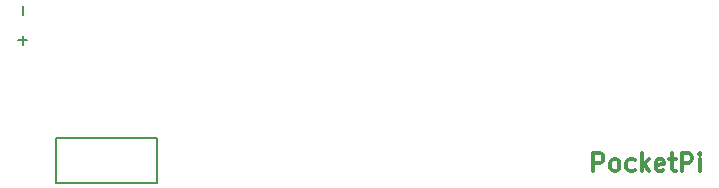
<source format=gbr>
G04 #@! TF.FileFunction,Legend,Top*
%FSLAX46Y46*%
G04 Gerber Fmt 4.6, Leading zero omitted, Abs format (unit mm)*
G04 Created by KiCad (PCBNEW 4.0.5+dfsg1-4) date Wed Jul 11 10:22:54 2018*
%MOMM*%
%LPD*%
G01*
G04 APERTURE LIST*
%ADD10C,0.100000*%
%ADD11C,0.300000*%
%ADD12C,0.150000*%
G04 APERTURE END LIST*
D10*
D11*
X168982000Y-111168571D02*
X168982000Y-109668571D01*
X169553428Y-109668571D01*
X169696286Y-109740000D01*
X169767714Y-109811429D01*
X169839143Y-109954286D01*
X169839143Y-110168571D01*
X169767714Y-110311429D01*
X169696286Y-110382857D01*
X169553428Y-110454286D01*
X168982000Y-110454286D01*
X170696286Y-111168571D02*
X170553428Y-111097143D01*
X170482000Y-111025714D01*
X170410571Y-110882857D01*
X170410571Y-110454286D01*
X170482000Y-110311429D01*
X170553428Y-110240000D01*
X170696286Y-110168571D01*
X170910571Y-110168571D01*
X171053428Y-110240000D01*
X171124857Y-110311429D01*
X171196286Y-110454286D01*
X171196286Y-110882857D01*
X171124857Y-111025714D01*
X171053428Y-111097143D01*
X170910571Y-111168571D01*
X170696286Y-111168571D01*
X172482000Y-111097143D02*
X172339143Y-111168571D01*
X172053429Y-111168571D01*
X171910571Y-111097143D01*
X171839143Y-111025714D01*
X171767714Y-110882857D01*
X171767714Y-110454286D01*
X171839143Y-110311429D01*
X171910571Y-110240000D01*
X172053429Y-110168571D01*
X172339143Y-110168571D01*
X172482000Y-110240000D01*
X173124857Y-111168571D02*
X173124857Y-109668571D01*
X173267714Y-110597143D02*
X173696285Y-111168571D01*
X173696285Y-110168571D02*
X173124857Y-110740000D01*
X174910571Y-111097143D02*
X174767714Y-111168571D01*
X174482000Y-111168571D01*
X174339143Y-111097143D01*
X174267714Y-110954286D01*
X174267714Y-110382857D01*
X174339143Y-110240000D01*
X174482000Y-110168571D01*
X174767714Y-110168571D01*
X174910571Y-110240000D01*
X174982000Y-110382857D01*
X174982000Y-110525714D01*
X174267714Y-110668571D01*
X175410571Y-110168571D02*
X175982000Y-110168571D01*
X175624857Y-109668571D02*
X175624857Y-110954286D01*
X175696285Y-111097143D01*
X175839143Y-111168571D01*
X175982000Y-111168571D01*
X176482000Y-111168571D02*
X176482000Y-109668571D01*
X177053428Y-109668571D01*
X177196286Y-109740000D01*
X177267714Y-109811429D01*
X177339143Y-109954286D01*
X177339143Y-110168571D01*
X177267714Y-110311429D01*
X177196286Y-110382857D01*
X177053428Y-110454286D01*
X176482000Y-110454286D01*
X177982000Y-111168571D02*
X177982000Y-110168571D01*
X177982000Y-109668571D02*
X177910571Y-109740000D01*
X177982000Y-109811429D01*
X178053428Y-109740000D01*
X177982000Y-109668571D01*
X177982000Y-109811429D01*
D12*
X132016500Y-112141000D02*
X132016500Y-108331000D01*
X132016500Y-108331000D02*
X123507500Y-108331000D01*
X123507500Y-108331000D02*
X123507500Y-112141000D01*
X123507500Y-112141000D02*
X132016500Y-112141000D01*
X120657929Y-100456952D02*
X120657929Y-99695047D01*
X121038881Y-100075999D02*
X120276976Y-100075999D01*
X120721429Y-97916952D02*
X120721429Y-97155047D01*
M02*

</source>
